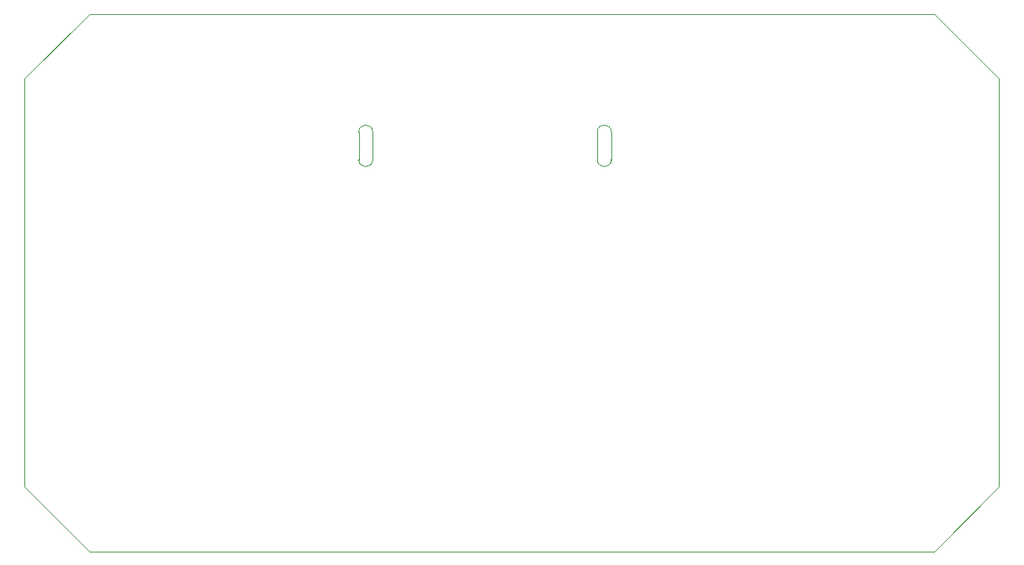
<source format=gm1>
G04 #@! TF.GenerationSoftware,KiCad,Pcbnew,(5.1.9)-1*
G04 #@! TF.CreationDate,2021-05-25T00:15:28+02:00*
G04 #@! TF.ProjectId,LF,4c462e6b-6963-4616-945f-706362585858,rev?*
G04 #@! TF.SameCoordinates,Original*
G04 #@! TF.FileFunction,Profile,NP*
%FSLAX46Y46*%
G04 Gerber Fmt 4.6, Leading zero omitted, Abs format (unit mm)*
G04 Created by KiCad (PCBNEW (5.1.9)-1) date 2021-05-25 00:15:28*
%MOMM*%
%LPD*%
G01*
G04 APERTURE LIST*
G04 #@! TA.AperFunction,Profile*
%ADD10C,0.050000*%
G04 #@! TD*
G04 APERTURE END LIST*
D10*
X83210000Y-32750000D02*
X83210000Y-35750000D01*
X81710000Y-32750000D02*
G75*
G02*
X83210000Y-32750000I750000J0D01*
G01*
X83210000Y-35750000D02*
G75*
G02*
X81710000Y-35750000I-750000J0D01*
G01*
X81710000Y-35750000D02*
X81710000Y-32750000D01*
X57500000Y-35750000D02*
G75*
G02*
X56000000Y-35750000I-750000J0D01*
G01*
X56000000Y-32750000D02*
G75*
G02*
X57500000Y-32750000I750000J0D01*
G01*
X56000000Y-35750000D02*
X56000000Y-32750000D01*
X57500000Y-32750000D02*
X57500000Y-35750000D01*
X118000000Y-78000000D02*
X125000000Y-71000000D01*
X27000000Y-78000000D02*
X20000000Y-71000000D01*
X20000000Y-27000000D02*
X27000000Y-20000000D01*
X20000000Y-27000000D02*
X20000000Y-71000000D01*
X118000000Y-78000000D02*
X27000000Y-78000000D01*
X125000000Y-27000000D02*
X125000000Y-71000000D01*
X118000000Y-20000000D02*
X125000000Y-27000000D01*
X27000000Y-20000000D02*
X118000000Y-20000000D01*
M02*

</source>
